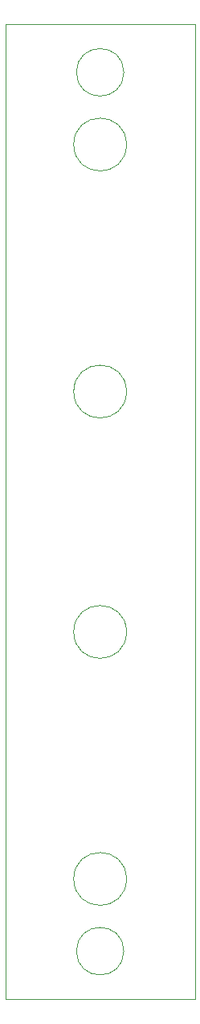
<source format=gbr>
%TF.GenerationSoftware,KiCad,Pcbnew,(6.0.8-1)-1*%
%TF.CreationDate,2022-10-13T14:56:04-04:00*%
%TF.ProjectId,FCAL,4643414c-2e6b-4696-9361-645f70636258,rev?*%
%TF.SameCoordinates,Original*%
%TF.FileFunction,Profile,NP*%
%FSLAX46Y46*%
G04 Gerber Fmt 4.6, Leading zero omitted, Abs format (unit mm)*
G04 Created by KiCad (PCBNEW (6.0.8-1)-1) date 2022-10-13 14:56:04*
%MOMM*%
%LPD*%
G01*
G04 APERTURE LIST*
%TA.AperFunction,Profile*%
%ADD10C,0.100000*%
%TD*%
G04 APERTURE END LIST*
D10*
X112781500Y-88650000D02*
G75*
G03*
X112781500Y-88650000I-2781500J0D01*
G01*
X112781500Y-139950000D02*
G75*
G03*
X112781500Y-139950000I-2781500J0D01*
G01*
X100000000Y-50000000D02*
X120000000Y-50000000D01*
X120000000Y-50000000D02*
X120000000Y-152600000D01*
X120000000Y-152600000D02*
X100000000Y-152600000D01*
X100000000Y-152600000D02*
X100000000Y-50000000D01*
X112500000Y-55050000D02*
G75*
G03*
X112500000Y-55050000I-2500000J0D01*
G01*
X112781500Y-62650000D02*
G75*
G03*
X112781500Y-62650000I-2781500J0D01*
G01*
X112781500Y-113950000D02*
G75*
G03*
X112781500Y-113950000I-2781500J0D01*
G01*
X112500000Y-147550000D02*
G75*
G03*
X112500000Y-147550000I-2500000J0D01*
G01*
M02*

</source>
